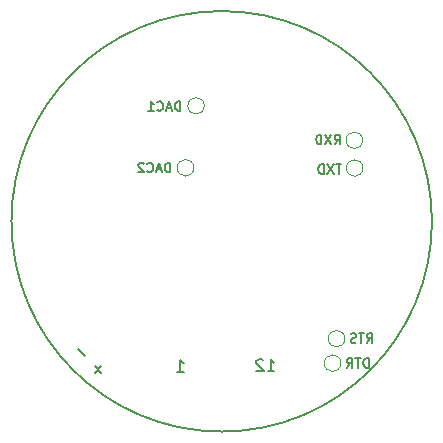
<source format=gbr>
%TF.GenerationSoftware,KiCad,Pcbnew,(6.0.7-1)-1*%
%TF.CreationDate,2022-10-24T14:59:35+01:00*%
%TF.ProjectId,wristpad,77726973-7470-4616-942e-6b696361645f,rev?*%
%TF.SameCoordinates,Original*%
%TF.FileFunction,Legend,Bot*%
%TF.FilePolarity,Positive*%
%FSLAX46Y46*%
G04 Gerber Fmt 4.6, Leading zero omitted, Abs format (unit mm)*
G04 Created by KiCad (PCBNEW (6.0.7-1)-1) date 2022-10-24 14:59:35*
%MOMM*%
%LPD*%
G01*
G04 APERTURE LIST*
%ADD10C,0.150000*%
%ADD11C,0.120000*%
G04 APERTURE END LIST*
D10*
X117800000Y-100000000D02*
G75*
G03*
X117800000Y-100000000I-17800000J0D01*
G01*
X89808023Y-112803320D02*
X89269275Y-112264572D01*
X89808023Y-112264572D02*
X89269275Y-112803320D01*
X88393809Y-111389106D02*
X87855061Y-110850358D01*
%TO.C,TP7*%
X109553333Y-93471904D02*
X109820000Y-93090952D01*
X110010476Y-93471904D02*
X110010476Y-92671904D01*
X109705714Y-92671904D01*
X109629523Y-92710000D01*
X109591428Y-92748095D01*
X109553333Y-92824285D01*
X109553333Y-92938571D01*
X109591428Y-93014761D01*
X109629523Y-93052857D01*
X109705714Y-93090952D01*
X110010476Y-93090952D01*
X109286666Y-92671904D02*
X108753333Y-93471904D01*
X108753333Y-92671904D02*
X109286666Y-93471904D01*
X108448571Y-93471904D02*
X108448571Y-92671904D01*
X108258095Y-92671904D01*
X108143809Y-92710000D01*
X108067619Y-92786190D01*
X108029523Y-92862380D01*
X107991428Y-93014761D01*
X107991428Y-93129047D01*
X108029523Y-93281428D01*
X108067619Y-93357619D01*
X108143809Y-93433809D01*
X108258095Y-93471904D01*
X108448571Y-93471904D01*
%TO.C,TP6*%
X110119523Y-95181904D02*
X109662380Y-95181904D01*
X109890952Y-95981904D02*
X109890952Y-95181904D01*
X109471904Y-95181904D02*
X108938571Y-95981904D01*
X108938571Y-95181904D02*
X109471904Y-95981904D01*
X108633809Y-95981904D02*
X108633809Y-95181904D01*
X108443333Y-95181904D01*
X108329047Y-95220000D01*
X108252857Y-95296190D01*
X108214761Y-95372380D01*
X108176666Y-95524761D01*
X108176666Y-95639047D01*
X108214761Y-95791428D01*
X108252857Y-95867619D01*
X108329047Y-95943809D01*
X108443333Y-95981904D01*
X108633809Y-95981904D01*
%TO.C,TP4*%
X112444285Y-112381904D02*
X112444285Y-111581904D01*
X112253809Y-111581904D01*
X112139523Y-111620000D01*
X112063333Y-111696190D01*
X112025238Y-111772380D01*
X111987142Y-111924761D01*
X111987142Y-112039047D01*
X112025238Y-112191428D01*
X112063333Y-112267619D01*
X112139523Y-112343809D01*
X112253809Y-112381904D01*
X112444285Y-112381904D01*
X111758571Y-111581904D02*
X111301428Y-111581904D01*
X111530000Y-112381904D02*
X111530000Y-111581904D01*
X110577619Y-112381904D02*
X110844285Y-112000952D01*
X111034761Y-112381904D02*
X111034761Y-111581904D01*
X110730000Y-111581904D01*
X110653809Y-111620000D01*
X110615714Y-111658095D01*
X110577619Y-111734285D01*
X110577619Y-111848571D01*
X110615714Y-111924761D01*
X110653809Y-111962857D01*
X110730000Y-112000952D01*
X111034761Y-112000952D01*
%TO.C,TP3*%
X112288095Y-110291904D02*
X112554761Y-109910952D01*
X112745238Y-110291904D02*
X112745238Y-109491904D01*
X112440476Y-109491904D01*
X112364285Y-109530000D01*
X112326190Y-109568095D01*
X112288095Y-109644285D01*
X112288095Y-109758571D01*
X112326190Y-109834761D01*
X112364285Y-109872857D01*
X112440476Y-109910952D01*
X112745238Y-109910952D01*
X112059523Y-109491904D02*
X111602380Y-109491904D01*
X111830952Y-110291904D02*
X111830952Y-109491904D01*
X111373809Y-110253809D02*
X111259523Y-110291904D01*
X111069047Y-110291904D01*
X110992857Y-110253809D01*
X110954761Y-110215714D01*
X110916666Y-110139523D01*
X110916666Y-110063333D01*
X110954761Y-109987142D01*
X110992857Y-109949047D01*
X111069047Y-109910952D01*
X111221428Y-109872857D01*
X111297619Y-109834761D01*
X111335714Y-109796666D01*
X111373809Y-109720476D01*
X111373809Y-109644285D01*
X111335714Y-109568095D01*
X111297619Y-109530000D01*
X111221428Y-109491904D01*
X111030952Y-109491904D01*
X110916666Y-109530000D01*
%TO.C,TP2*%
X95653333Y-95831904D02*
X95653333Y-95031904D01*
X95462857Y-95031904D01*
X95348571Y-95070000D01*
X95272380Y-95146190D01*
X95234285Y-95222380D01*
X95196190Y-95374761D01*
X95196190Y-95489047D01*
X95234285Y-95641428D01*
X95272380Y-95717619D01*
X95348571Y-95793809D01*
X95462857Y-95831904D01*
X95653333Y-95831904D01*
X94891428Y-95603333D02*
X94510476Y-95603333D01*
X94967619Y-95831904D02*
X94700952Y-95031904D01*
X94434285Y-95831904D01*
X93710476Y-95755714D02*
X93748571Y-95793809D01*
X93862857Y-95831904D01*
X93939047Y-95831904D01*
X94053333Y-95793809D01*
X94129523Y-95717619D01*
X94167619Y-95641428D01*
X94205714Y-95489047D01*
X94205714Y-95374761D01*
X94167619Y-95222380D01*
X94129523Y-95146190D01*
X94053333Y-95070000D01*
X93939047Y-95031904D01*
X93862857Y-95031904D01*
X93748571Y-95070000D01*
X93710476Y-95108095D01*
X93405714Y-95108095D02*
X93367619Y-95070000D01*
X93291428Y-95031904D01*
X93100952Y-95031904D01*
X93024761Y-95070000D01*
X92986666Y-95108095D01*
X92948571Y-95184285D01*
X92948571Y-95260476D01*
X92986666Y-95374761D01*
X93443809Y-95831904D01*
X92948571Y-95831904D01*
%TO.C,TP1*%
X96503333Y-90641904D02*
X96503333Y-89841904D01*
X96312857Y-89841904D01*
X96198571Y-89880000D01*
X96122380Y-89956190D01*
X96084285Y-90032380D01*
X96046190Y-90184761D01*
X96046190Y-90299047D01*
X96084285Y-90451428D01*
X96122380Y-90527619D01*
X96198571Y-90603809D01*
X96312857Y-90641904D01*
X96503333Y-90641904D01*
X95741428Y-90413333D02*
X95360476Y-90413333D01*
X95817619Y-90641904D02*
X95550952Y-89841904D01*
X95284285Y-90641904D01*
X94560476Y-90565714D02*
X94598571Y-90603809D01*
X94712857Y-90641904D01*
X94789047Y-90641904D01*
X94903333Y-90603809D01*
X94979523Y-90527619D01*
X95017619Y-90451428D01*
X95055714Y-90299047D01*
X95055714Y-90184761D01*
X95017619Y-90032380D01*
X94979523Y-89956190D01*
X94903333Y-89880000D01*
X94789047Y-89841904D01*
X94712857Y-89841904D01*
X94598571Y-89880000D01*
X94560476Y-89918095D01*
X93798571Y-90641904D02*
X94255714Y-90641904D01*
X94027142Y-90641904D02*
X94027142Y-89841904D01*
X94103333Y-89956190D01*
X94179523Y-90032380D01*
X94255714Y-90070476D01*
%TO.C,U5*%
X103890476Y-112671880D02*
X104461904Y-112671880D01*
X104176190Y-112671880D02*
X104176190Y-111671880D01*
X104271428Y-111814738D01*
X104366666Y-111909976D01*
X104461904Y-111957595D01*
X103509523Y-111767119D02*
X103461904Y-111719500D01*
X103366666Y-111671880D01*
X103128571Y-111671880D01*
X103033333Y-111719500D01*
X102985714Y-111767119D01*
X102938095Y-111862357D01*
X102938095Y-111957595D01*
X102985714Y-112100452D01*
X103557142Y-112671880D01*
X102938095Y-112671880D01*
X96214285Y-112721880D02*
X96785714Y-112721880D01*
X96500000Y-112721880D02*
X96500000Y-111721880D01*
X96595238Y-111864738D01*
X96690476Y-111959976D01*
X96785714Y-112007595D01*
D11*
%TO.C,TP7*%
X111930000Y-93140000D02*
G75*
G03*
X111930000Y-93140000I-700000J0D01*
G01*
%TO.C,TP6*%
X111960000Y-95490000D02*
G75*
G03*
X111960000Y-95490000I-700000J0D01*
G01*
%TO.C,TP4*%
X110090000Y-112010000D02*
G75*
G03*
X110090000Y-112010000I-700000J0D01*
G01*
%TO.C,TP3*%
X110430000Y-109930000D02*
G75*
G03*
X110430000Y-109930000I-700000J0D01*
G01*
%TO.C,TP2*%
X97640000Y-95470000D02*
G75*
G03*
X97640000Y-95470000I-700000J0D01*
G01*
%TO.C,TP1*%
X98530000Y-90220000D02*
G75*
G03*
X98530000Y-90220000I-700000J0D01*
G01*
%TD*%
M02*

</source>
